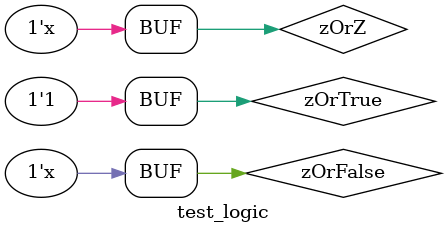
<source format=v>
`timescale 1ns / 1ps


module test_logic;
	assign zOrZ = 1'bz || 1'bz;
	assign zOrTrue = 1'bz || 1;
	assign zOrFalse = 1'bz || 1'b0;
endmodule

</source>
